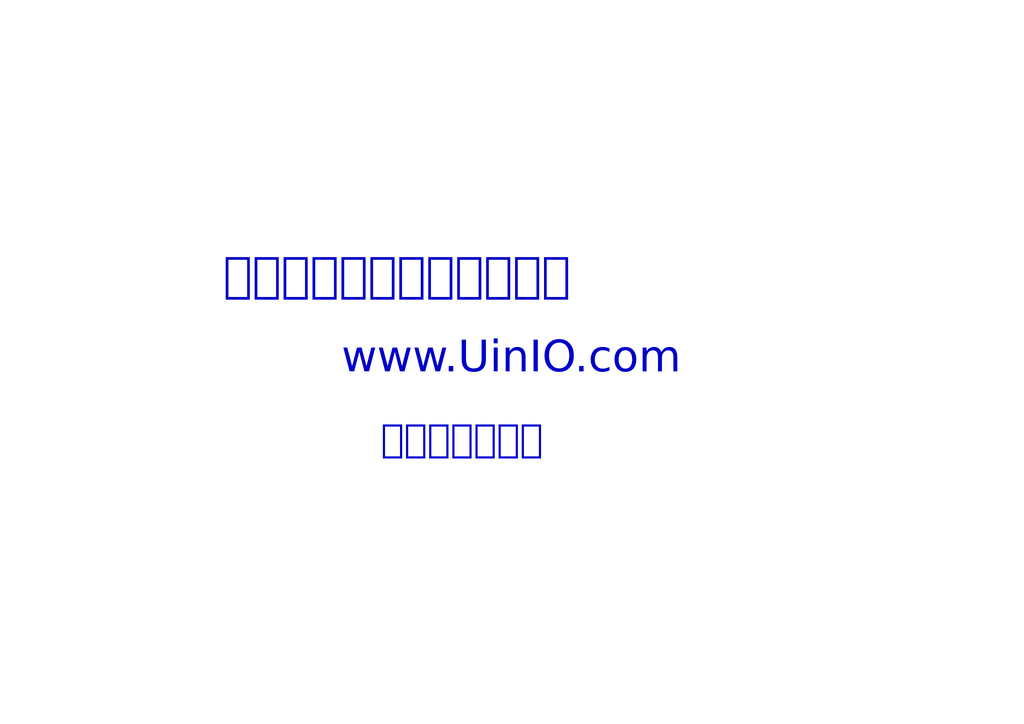
<source format=kicad_sch>
(kicad_sch (version 20230121) (generator eeschema)

  (uuid 7da2d47f-2c07-491f-96e1-e32fee6dfbd6)

  (paper "A4")

  (title_block
    (title "UINIO-Peg-Board")
    (date "2024-01-12")
    (rev "Version 1.0.1")
    (company "UinIO.com 电子技术实验室")
  )

  (lib_symbols
  )


  (text "www.UinIO.com" (at 99.06 111.76 0)
    (effects (font (face "Russo One") (size 9 9)) (justify left bottom))
    (uuid 697dab92-b92f-48c9-b531-1cedde551ed2)
  )
  (text "电子技术实验室" (at 110.49 134.62 0)
    (effects (font (face "思源黑体") (size 8 8)) (justify left bottom))
    (uuid a19c8fe3-7e91-4774-90b0-fa1bd198e6a5)
  )
  (text "万能的洞洞板不需要原理图" (at 64.77 88.9 0)
    (effects (font (face "思源黑体") (size 10 10)) (justify left bottom))
    (uuid dd26c83b-2542-4eca-8f77-8016955785c2)
  )

  (sheet_instances
    (path "/" (page "1"))
  )
)

</source>
